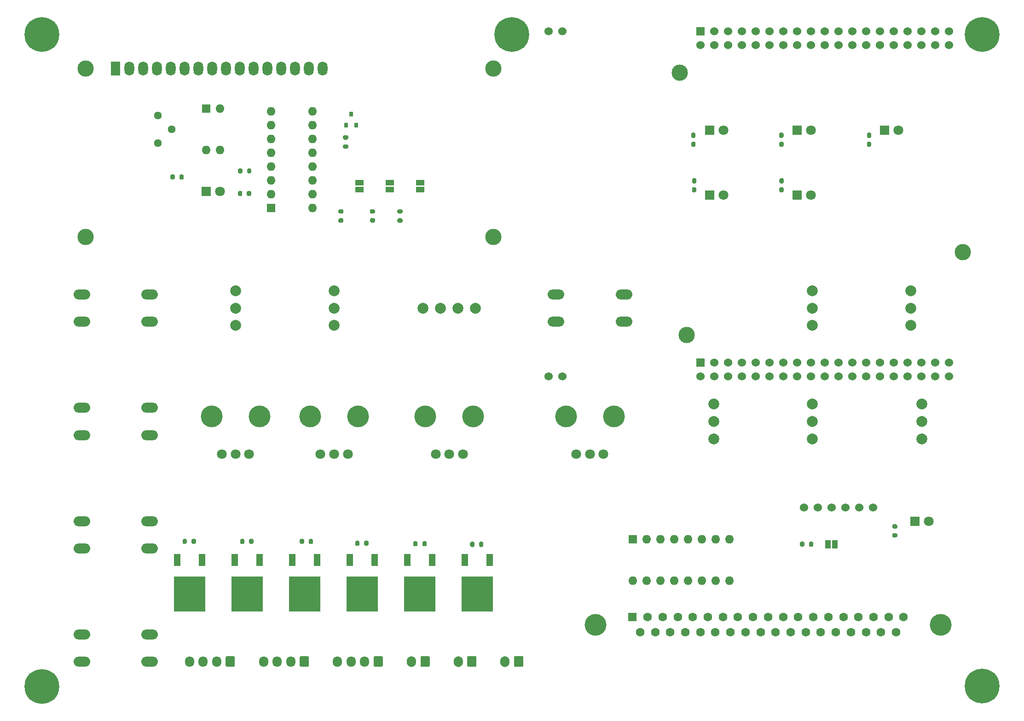
<source format=gbr>
%TF.GenerationSoftware,KiCad,Pcbnew,(5.1.9)-1*%
%TF.CreationDate,2021-02-05T13:08:36+01:00*%
%TF.ProjectId,testbench_io,74657374-6265-46e6-9368-5f696f2e6b69,rev?*%
%TF.SameCoordinates,Original*%
%TF.FileFunction,Soldermask,Bot*%
%TF.FilePolarity,Negative*%
%FSLAX46Y46*%
G04 Gerber Fmt 4.6, Leading zero omitted, Abs format (unit mm)*
G04 Created by KiCad (PCBNEW (5.1.9)-1) date 2021-02-05 13:08:36*
%MOMM*%
%LPD*%
G01*
G04 APERTURE LIST*
%ADD10C,2.000000*%
%ADD11O,1.700000X1.950000*%
%ADD12O,1.700000X2.000000*%
%ADD13R,1.800000X2.600000*%
%ADD14O,1.800000X2.600000*%
%ADD15C,3.000000*%
%ADD16C,1.530000*%
%ADD17R,1.530000X1.530000*%
%ADD18O,3.048000X1.850000*%
%ADD19C,0.800000*%
%ADD20C,6.400000*%
%ADD21R,5.800000X6.400000*%
%ADD22R,1.200000X2.200000*%
%ADD23R,0.800000X0.900000*%
%ADD24C,1.800000*%
%ADD25R,1.800000X1.800000*%
%ADD26R,1.000000X1.500000*%
%ADD27R,1.500000X1.000000*%
%ADD28C,4.000000*%
%ADD29C,1.440000*%
%ADD30O,1.600000X1.600000*%
%ADD31R,1.600000X1.600000*%
%ADD32C,1.524000*%
%ADD33C,1.600000*%
G04 APERTURE END LIST*
D10*
%TO.C,SW114*%
X101965000Y-75783800D03*
X105165000Y-75783800D03*
X98765000Y-75783800D03*
X95565000Y-75783800D03*
%TD*%
%TO.C,SW111*%
X167161000Y-78983800D03*
X167161000Y-75783800D03*
X167161000Y-72583800D03*
%TD*%
%TO.C,SW101*%
X185293000Y-78983800D03*
X185293000Y-75783800D03*
X185293000Y-72583800D03*
%TD*%
%TO.C,SW106*%
X187325000Y-99842200D03*
X187325000Y-96642200D03*
X187325000Y-93442200D03*
%TD*%
%TO.C,SW107*%
X167161000Y-93442200D03*
X167161000Y-96642200D03*
X167161000Y-99842200D03*
%TD*%
%TO.C,SW109*%
X149029000Y-93442200D03*
X149029000Y-96642200D03*
X149029000Y-99842200D03*
%TD*%
%TO.C,SW112*%
X61051000Y-78983800D03*
X61051000Y-75783800D03*
X61051000Y-72583800D03*
%TD*%
%TO.C,SW113*%
X79183000Y-78983800D03*
X79183000Y-75783800D03*
X79183000Y-72583800D03*
%TD*%
D11*
%TO.C,J303*%
X79799814Y-140802600D03*
X82299814Y-140802600D03*
X84799814Y-140802600D03*
G36*
G01*
X88149814Y-140077600D02*
X88149814Y-141527600D01*
G75*
G02*
X87899814Y-141777600I-250000J0D01*
G01*
X86699814Y-141777600D01*
G75*
G02*
X86449814Y-141527600I0J250000D01*
G01*
X86449814Y-140077600D01*
G75*
G02*
X86699814Y-139827600I250000J0D01*
G01*
X87899814Y-139827600D01*
G75*
G02*
X88149814Y-140077600I0J-250000D01*
G01*
G37*
%TD*%
%TO.C,J302*%
X66188307Y-140802600D03*
X68688307Y-140802600D03*
X71188307Y-140802600D03*
G36*
G01*
X74538307Y-140077600D02*
X74538307Y-141527600D01*
G75*
G02*
X74288307Y-141777600I-250000J0D01*
G01*
X73088307Y-141777600D01*
G75*
G02*
X72838307Y-141527600I0J250000D01*
G01*
X72838307Y-140077600D01*
G75*
G02*
X73088307Y-139827600I250000J0D01*
G01*
X74288307Y-139827600D01*
G75*
G02*
X74538307Y-140077600I0J-250000D01*
G01*
G37*
%TD*%
%TO.C,J301*%
X52576800Y-140802600D03*
X55076800Y-140802600D03*
X57576800Y-140802600D03*
G36*
G01*
X60926800Y-140077600D02*
X60926800Y-141527600D01*
G75*
G02*
X60676800Y-141777600I-250000J0D01*
G01*
X59476800Y-141777600D01*
G75*
G02*
X59226800Y-141527600I0J250000D01*
G01*
X59226800Y-140077600D01*
G75*
G02*
X59476800Y-139827600I250000J0D01*
G01*
X60676800Y-139827600D01*
G75*
G02*
X60926800Y-140077600I0J-250000D01*
G01*
G37*
%TD*%
D12*
%TO.C,J103*%
X93411321Y-140802600D03*
G36*
G01*
X96761321Y-140052600D02*
X96761321Y-141552600D01*
G75*
G02*
X96511321Y-141802600I-250000J0D01*
G01*
X95311321Y-141802600D01*
G75*
G02*
X95061321Y-141552600I0J250000D01*
G01*
X95061321Y-140052600D01*
G75*
G02*
X95311321Y-139802600I250000J0D01*
G01*
X96511321Y-139802600D01*
G75*
G02*
X96761321Y-140052600I0J-250000D01*
G01*
G37*
%TD*%
%TO.C,J102*%
X110634336Y-140802600D03*
G36*
G01*
X113984336Y-140052600D02*
X113984336Y-141552600D01*
G75*
G02*
X113734336Y-141802600I-250000J0D01*
G01*
X112534336Y-141802600D01*
G75*
G02*
X112284336Y-141552600I0J250000D01*
G01*
X112284336Y-140052600D01*
G75*
G02*
X112534336Y-139802600I250000J0D01*
G01*
X113734336Y-139802600D01*
G75*
G02*
X113984336Y-140052600I0J-250000D01*
G01*
G37*
%TD*%
%TO.C,J101*%
X102022828Y-140802600D03*
G36*
G01*
X105372828Y-140052600D02*
X105372828Y-141552600D01*
G75*
G02*
X105122828Y-141802600I-250000J0D01*
G01*
X103922828Y-141802600D01*
G75*
G02*
X103672828Y-141552600I0J250000D01*
G01*
X103672828Y-140052600D01*
G75*
G02*
X103922828Y-139802600I250000J0D01*
G01*
X105122828Y-139802600D01*
G75*
G02*
X105372828Y-140052600I0J-250000D01*
G01*
G37*
%TD*%
D13*
%TO.C,DS201*%
X38992000Y-31719000D03*
D14*
X41532000Y-31719000D03*
X44072000Y-31719000D03*
X46612000Y-31719000D03*
X49152000Y-31719000D03*
X51692000Y-31719000D03*
X54232000Y-31719000D03*
X56772000Y-31719000D03*
X59312000Y-31719000D03*
X61852000Y-31719000D03*
X64392000Y-31719000D03*
X66932000Y-31719000D03*
X69472000Y-31719000D03*
X72012000Y-31719000D03*
X74552000Y-31719000D03*
X77092000Y-31719000D03*
D15*
X33492900Y-31719000D03*
X33492900Y-62719700D03*
X108491480Y-62719700D03*
X108492000Y-31719000D03*
%TD*%
D16*
%TO.C,U101*%
X121158000Y-88328000D03*
X118618000Y-88328000D03*
X121158000Y-24828000D03*
X118618000Y-24828000D03*
D15*
X142748000Y-32448000D03*
X144018000Y-80708000D03*
X194818000Y-65468000D03*
D16*
X192278000Y-88328000D03*
X189738000Y-88328000D03*
X189738000Y-85788000D03*
X187198000Y-88328000D03*
X187198000Y-85788000D03*
X184658000Y-88328000D03*
X184658000Y-85788000D03*
X182118000Y-88328000D03*
X182118000Y-85788000D03*
X179578000Y-88328000D03*
X179578000Y-85788000D03*
X177038000Y-88328000D03*
X177038000Y-85788000D03*
X174498000Y-88328000D03*
X174498000Y-85788000D03*
X171958000Y-88328000D03*
X171958000Y-85788000D03*
X169418000Y-88328000D03*
X169418000Y-85788000D03*
X166878000Y-88328000D03*
X166878000Y-85788000D03*
X164338000Y-88328000D03*
X164338000Y-85788000D03*
X161798000Y-88328000D03*
X161798000Y-85788000D03*
X159258000Y-88328000D03*
X159258000Y-85788000D03*
X156718000Y-88328000D03*
X156718000Y-85788000D03*
X154178000Y-88328000D03*
X154178000Y-85788000D03*
X151638000Y-88328000D03*
X151638000Y-85788000D03*
X149098000Y-88328000D03*
X149098000Y-85788000D03*
X146558000Y-88328000D03*
X192278000Y-85788000D03*
D17*
X146558000Y-85788000D03*
D16*
X192278000Y-27368000D03*
X189738000Y-27368000D03*
X189738000Y-24828000D03*
X187198000Y-27368000D03*
X187198000Y-24828000D03*
X184658000Y-27368000D03*
X184658000Y-24828000D03*
X182118000Y-27368000D03*
X182118000Y-24828000D03*
X179578000Y-27368000D03*
X179578000Y-24828000D03*
X177038000Y-27368000D03*
X177038000Y-24828000D03*
X174498000Y-27368000D03*
X174498000Y-24828000D03*
X171958000Y-27368000D03*
X171958000Y-24828000D03*
X169418000Y-27368000D03*
X169418000Y-24828000D03*
X166878000Y-27368000D03*
X166878000Y-24828000D03*
X164338000Y-27368000D03*
X164338000Y-24828000D03*
X161798000Y-27368000D03*
X161798000Y-24828000D03*
X159258000Y-27368000D03*
X159258000Y-24828000D03*
X156718000Y-27368000D03*
X156718000Y-24828000D03*
X154178000Y-27368000D03*
X154178000Y-24828000D03*
X151638000Y-27368000D03*
X151638000Y-24828000D03*
X149098000Y-27368000D03*
X149098000Y-24828000D03*
X146558000Y-27368000D03*
X192278000Y-24828000D03*
D17*
X146558000Y-24828000D03*
%TD*%
D18*
%TO.C,SW105*%
X32766000Y-78283800D03*
X32766000Y-73283800D03*
X45266000Y-78283800D03*
X45266000Y-73283800D03*
%TD*%
D19*
%TO.C,H105*%
X200097056Y-23702944D03*
X198400000Y-23000000D03*
X196702944Y-23702944D03*
X196000000Y-25400000D03*
X196702944Y-27097056D03*
X198400000Y-27800000D03*
X200097056Y-27097056D03*
X200800000Y-25400000D03*
D20*
X198400000Y-25400000D03*
%TD*%
D19*
%TO.C,H104*%
X200097056Y-143655944D03*
X198400000Y-142953000D03*
X196702944Y-143655944D03*
X196000000Y-145353000D03*
X196702944Y-147050056D03*
X198400000Y-147753000D03*
X200097056Y-147050056D03*
X200800000Y-145353000D03*
D20*
X198400000Y-145353000D03*
%TD*%
D19*
%TO.C,H103*%
X27097056Y-143655944D03*
X25400000Y-142953000D03*
X23702944Y-143655944D03*
X23000000Y-145353000D03*
X23702944Y-147050056D03*
X25400000Y-147753000D03*
X27097056Y-147050056D03*
X27800000Y-145353000D03*
D20*
X25400000Y-145400000D03*
%TD*%
D19*
%TO.C,H102*%
X27097056Y-23702944D03*
X25400000Y-23000000D03*
X23702944Y-23702944D03*
X23000000Y-25400000D03*
X23702944Y-27097056D03*
X25400000Y-27800000D03*
X27097056Y-27097056D03*
X27800000Y-25400000D03*
D20*
X25400000Y-25400000D03*
%TD*%
D19*
%TO.C,H101*%
X113597056Y-23702944D03*
X111900000Y-23000000D03*
X110202944Y-23702944D03*
X109500000Y-25400000D03*
X110202944Y-27097056D03*
X111900000Y-27800000D03*
X113597056Y-27097056D03*
X114300000Y-25400000D03*
D20*
X111900000Y-25400000D03*
%TD*%
%TO.C,R306*%
G36*
G01*
X52091000Y-118439000D02*
X52091000Y-118989000D01*
G75*
G02*
X51891000Y-119189000I-200000J0D01*
G01*
X51491000Y-119189000D01*
G75*
G02*
X51291000Y-118989000I0J200000D01*
G01*
X51291000Y-118439000D01*
G75*
G02*
X51491000Y-118239000I200000J0D01*
G01*
X51891000Y-118239000D01*
G75*
G02*
X52091000Y-118439000I0J-200000D01*
G01*
G37*
G36*
G01*
X53741000Y-118439000D02*
X53741000Y-118989000D01*
G75*
G02*
X53541000Y-119189000I-200000J0D01*
G01*
X53141000Y-119189000D01*
G75*
G02*
X52941000Y-118989000I0J200000D01*
G01*
X52941000Y-118439000D01*
G75*
G02*
X53141000Y-118239000I200000J0D01*
G01*
X53541000Y-118239000D01*
G75*
G02*
X53741000Y-118439000I0J-200000D01*
G01*
G37*
%TD*%
D21*
%TO.C,Q306*%
X52579800Y-128408600D03*
D22*
X54859800Y-122108600D03*
X50299800Y-122108600D03*
%TD*%
D21*
%TO.C,Q305*%
X63169000Y-128408600D03*
D22*
X65449000Y-122108600D03*
X60889000Y-122108600D03*
%TD*%
%TO.C,R305*%
G36*
G01*
X62704000Y-118439000D02*
X62704000Y-118989000D01*
G75*
G02*
X62504000Y-119189000I-200000J0D01*
G01*
X62104000Y-119189000D01*
G75*
G02*
X61904000Y-118989000I0J200000D01*
G01*
X61904000Y-118439000D01*
G75*
G02*
X62104000Y-118239000I200000J0D01*
G01*
X62504000Y-118239000D01*
G75*
G02*
X62704000Y-118439000I0J-200000D01*
G01*
G37*
G36*
G01*
X64354000Y-118439000D02*
X64354000Y-118989000D01*
G75*
G02*
X64154000Y-119189000I-200000J0D01*
G01*
X63754000Y-119189000D01*
G75*
G02*
X63554000Y-118989000I0J200000D01*
G01*
X63554000Y-118439000D01*
G75*
G02*
X63754000Y-118239000I200000J0D01*
G01*
X64154000Y-118239000D01*
G75*
G02*
X64354000Y-118439000I0J-200000D01*
G01*
G37*
%TD*%
D18*
%TO.C,SW110*%
X119982000Y-78283800D03*
X119982000Y-73283800D03*
X132482000Y-78283800D03*
X132482000Y-73283800D03*
%TD*%
D21*
%TO.C,Q304*%
X73758200Y-128408600D03*
D22*
X76038200Y-122108600D03*
X71478200Y-122108600D03*
%TD*%
D21*
%TO.C,Q303*%
X84347400Y-128408600D03*
D22*
X86627400Y-122108600D03*
X82067400Y-122108600D03*
%TD*%
D21*
%TO.C,Q302*%
X94936600Y-128408600D03*
D22*
X97216600Y-122108600D03*
X92656600Y-122108600D03*
%TD*%
D21*
%TO.C,Q301*%
X105525800Y-128408600D03*
D22*
X107805800Y-122108600D03*
X103245800Y-122108600D03*
%TD*%
D23*
%TO.C,Q201*%
X82296000Y-40117000D03*
X81346000Y-42117000D03*
X83246000Y-42117000D03*
%TD*%
D24*
%TO.C,D101*%
X150833666Y-54960000D03*
D25*
X148293666Y-54960000D03*
%TD*%
D24*
%TO.C,D102*%
X166920332Y-54960000D03*
D25*
X164380332Y-54960000D03*
%TD*%
D24*
%TO.C,D103*%
X150833666Y-43022000D03*
D25*
X148293666Y-43022000D03*
%TD*%
D24*
%TO.C,D104*%
X166920332Y-43022000D03*
D25*
X164380332Y-43022000D03*
%TD*%
D24*
%TO.C,D105*%
X183007000Y-43022000D03*
D25*
X180467000Y-43022000D03*
%TD*%
D24*
%TO.C,D106*%
X188590000Y-115031000D03*
D25*
X186050000Y-115031000D03*
%TD*%
D24*
%TO.C,D201*%
X58191400Y-54325000D03*
D25*
X55651400Y-54325000D03*
%TD*%
D26*
%TO.C,JP101*%
X171338000Y-119222000D03*
X170038000Y-119222000D03*
%TD*%
D27*
%TO.C,JP201*%
X83820000Y-53959000D03*
X83820000Y-52659000D03*
%TD*%
%TO.C,JP202*%
X89408000Y-53959000D03*
X89408000Y-52659000D03*
%TD*%
%TO.C,JP203*%
X94996000Y-53959000D03*
X94996000Y-52659000D03*
%TD*%
%TO.C,R101*%
G36*
G01*
X145815000Y-52082000D02*
X145815000Y-52632000D01*
G75*
G02*
X145615000Y-52832000I-200000J0D01*
G01*
X145215000Y-52832000D01*
G75*
G02*
X145015000Y-52632000I0J200000D01*
G01*
X145015000Y-52082000D01*
G75*
G02*
X145215000Y-51882000I200000J0D01*
G01*
X145615000Y-51882000D01*
G75*
G02*
X145815000Y-52082000I0J-200000D01*
G01*
G37*
G36*
G01*
X145815000Y-53732000D02*
X145815000Y-54282000D01*
G75*
G02*
X145615000Y-54482000I-200000J0D01*
G01*
X145215000Y-54482000D01*
G75*
G02*
X145015000Y-54282000I0J200000D01*
G01*
X145015000Y-53732000D01*
G75*
G02*
X145215000Y-53532000I200000J0D01*
G01*
X145615000Y-53532000D01*
G75*
G02*
X145815000Y-53732000I0J-200000D01*
G01*
G37*
%TD*%
%TO.C,R102*%
G36*
G01*
X161893200Y-52094200D02*
X161893200Y-52644200D01*
G75*
G02*
X161693200Y-52844200I-200000J0D01*
G01*
X161293200Y-52844200D01*
G75*
G02*
X161093200Y-52644200I0J200000D01*
G01*
X161093200Y-52094200D01*
G75*
G02*
X161293200Y-51894200I200000J0D01*
G01*
X161693200Y-51894200D01*
G75*
G02*
X161893200Y-52094200I0J-200000D01*
G01*
G37*
G36*
G01*
X161893200Y-53744200D02*
X161893200Y-54294200D01*
G75*
G02*
X161693200Y-54494200I-200000J0D01*
G01*
X161293200Y-54494200D01*
G75*
G02*
X161093200Y-54294200I0J200000D01*
G01*
X161093200Y-53744200D01*
G75*
G02*
X161293200Y-53544200I200000J0D01*
G01*
X161693200Y-53544200D01*
G75*
G02*
X161893200Y-53744200I0J-200000D01*
G01*
G37*
%TD*%
%TO.C,R103*%
G36*
G01*
X145688000Y-45350000D02*
X145688000Y-45900000D01*
G75*
G02*
X145488000Y-46100000I-200000J0D01*
G01*
X145088000Y-46100000D01*
G75*
G02*
X144888000Y-45900000I0J200000D01*
G01*
X144888000Y-45350000D01*
G75*
G02*
X145088000Y-45150000I200000J0D01*
G01*
X145488000Y-45150000D01*
G75*
G02*
X145688000Y-45350000I0J-200000D01*
G01*
G37*
G36*
G01*
X145688000Y-43700000D02*
X145688000Y-44250000D01*
G75*
G02*
X145488000Y-44450000I-200000J0D01*
G01*
X145088000Y-44450000D01*
G75*
G02*
X144888000Y-44250000I0J200000D01*
G01*
X144888000Y-43700000D01*
G75*
G02*
X145088000Y-43500000I200000J0D01*
G01*
X145488000Y-43500000D01*
G75*
G02*
X145688000Y-43700000I0J-200000D01*
G01*
G37*
%TD*%
%TO.C,R104*%
G36*
G01*
X166541000Y-119497000D02*
X166541000Y-118947000D01*
G75*
G02*
X166741000Y-118747000I200000J0D01*
G01*
X167141000Y-118747000D01*
G75*
G02*
X167341000Y-118947000I0J-200000D01*
G01*
X167341000Y-119497000D01*
G75*
G02*
X167141000Y-119697000I-200000J0D01*
G01*
X166741000Y-119697000D01*
G75*
G02*
X166541000Y-119497000I0J200000D01*
G01*
G37*
G36*
G01*
X164891000Y-119497000D02*
X164891000Y-118947000D01*
G75*
G02*
X165091000Y-118747000I200000J0D01*
G01*
X165491000Y-118747000D01*
G75*
G02*
X165691000Y-118947000I0J-200000D01*
G01*
X165691000Y-119497000D01*
G75*
G02*
X165491000Y-119697000I-200000J0D01*
G01*
X165091000Y-119697000D01*
G75*
G02*
X164891000Y-119497000I0J200000D01*
G01*
G37*
%TD*%
%TO.C,R105*%
G36*
G01*
X161867800Y-45350000D02*
X161867800Y-45900000D01*
G75*
G02*
X161667800Y-46100000I-200000J0D01*
G01*
X161267800Y-46100000D01*
G75*
G02*
X161067800Y-45900000I0J200000D01*
G01*
X161067800Y-45350000D01*
G75*
G02*
X161267800Y-45150000I200000J0D01*
G01*
X161667800Y-45150000D01*
G75*
G02*
X161867800Y-45350000I0J-200000D01*
G01*
G37*
G36*
G01*
X161867800Y-43700000D02*
X161867800Y-44250000D01*
G75*
G02*
X161667800Y-44450000I-200000J0D01*
G01*
X161267800Y-44450000D01*
G75*
G02*
X161067800Y-44250000I0J200000D01*
G01*
X161067800Y-43700000D01*
G75*
G02*
X161267800Y-43500000I200000J0D01*
G01*
X161667800Y-43500000D01*
G75*
G02*
X161867800Y-43700000I0J-200000D01*
G01*
G37*
%TD*%
%TO.C,R106*%
G36*
G01*
X177996800Y-45350000D02*
X177996800Y-45900000D01*
G75*
G02*
X177796800Y-46100000I-200000J0D01*
G01*
X177396800Y-46100000D01*
G75*
G02*
X177196800Y-45900000I0J200000D01*
G01*
X177196800Y-45350000D01*
G75*
G02*
X177396800Y-45150000I200000J0D01*
G01*
X177796800Y-45150000D01*
G75*
G02*
X177996800Y-45350000I0J-200000D01*
G01*
G37*
G36*
G01*
X177996800Y-43700000D02*
X177996800Y-44250000D01*
G75*
G02*
X177796800Y-44450000I-200000J0D01*
G01*
X177396800Y-44450000D01*
G75*
G02*
X177196800Y-44250000I0J200000D01*
G01*
X177196800Y-43700000D01*
G75*
G02*
X177396800Y-43500000I200000J0D01*
G01*
X177796800Y-43500000D01*
G75*
G02*
X177996800Y-43700000I0J-200000D01*
G01*
G37*
%TD*%
%TO.C,R108*%
G36*
G01*
X182046200Y-117208600D02*
X182596200Y-117208600D01*
G75*
G02*
X182796200Y-117408600I0J-200000D01*
G01*
X182796200Y-117808600D01*
G75*
G02*
X182596200Y-118008600I-200000J0D01*
G01*
X182046200Y-118008600D01*
G75*
G02*
X181846200Y-117808600I0J200000D01*
G01*
X181846200Y-117408600D01*
G75*
G02*
X182046200Y-117208600I200000J0D01*
G01*
G37*
G36*
G01*
X182046200Y-115558600D02*
X182596200Y-115558600D01*
G75*
G02*
X182796200Y-115758600I0J-200000D01*
G01*
X182796200Y-116158600D01*
G75*
G02*
X182596200Y-116358600I-200000J0D01*
G01*
X182046200Y-116358600D01*
G75*
G02*
X181846200Y-116158600I0J200000D01*
G01*
X181846200Y-115758600D01*
G75*
G02*
X182046200Y-115558600I200000J0D01*
G01*
G37*
%TD*%
%TO.C,R201*%
G36*
G01*
X49867000Y-51383000D02*
X49867000Y-51933000D01*
G75*
G02*
X49667000Y-52133000I-200000J0D01*
G01*
X49267000Y-52133000D01*
G75*
G02*
X49067000Y-51933000I0J200000D01*
G01*
X49067000Y-51383000D01*
G75*
G02*
X49267000Y-51183000I200000J0D01*
G01*
X49667000Y-51183000D01*
G75*
G02*
X49867000Y-51383000I0J-200000D01*
G01*
G37*
G36*
G01*
X51517000Y-51383000D02*
X51517000Y-51933000D01*
G75*
G02*
X51317000Y-52133000I-200000J0D01*
G01*
X50917000Y-52133000D01*
G75*
G02*
X50717000Y-51933000I0J200000D01*
G01*
X50717000Y-51383000D01*
G75*
G02*
X50917000Y-51183000I200000J0D01*
G01*
X51317000Y-51183000D01*
G75*
G02*
X51517000Y-51383000I0J-200000D01*
G01*
G37*
%TD*%
%TO.C,R202*%
G36*
G01*
X80166800Y-59255200D02*
X80716800Y-59255200D01*
G75*
G02*
X80916800Y-59455200I0J-200000D01*
G01*
X80916800Y-59855200D01*
G75*
G02*
X80716800Y-60055200I-200000J0D01*
G01*
X80166800Y-60055200D01*
G75*
G02*
X79966800Y-59855200I0J200000D01*
G01*
X79966800Y-59455200D01*
G75*
G02*
X80166800Y-59255200I200000J0D01*
G01*
G37*
G36*
G01*
X80166800Y-57605200D02*
X80716800Y-57605200D01*
G75*
G02*
X80916800Y-57805200I0J-200000D01*
G01*
X80916800Y-58205200D01*
G75*
G02*
X80716800Y-58405200I-200000J0D01*
G01*
X80166800Y-58405200D01*
G75*
G02*
X79966800Y-58205200I0J200000D01*
G01*
X79966800Y-57805200D01*
G75*
G02*
X80166800Y-57605200I200000J0D01*
G01*
G37*
%TD*%
%TO.C,R203*%
G36*
G01*
X86508000Y-58405200D02*
X85958000Y-58405200D01*
G75*
G02*
X85758000Y-58205200I0J200000D01*
G01*
X85758000Y-57805200D01*
G75*
G02*
X85958000Y-57605200I200000J0D01*
G01*
X86508000Y-57605200D01*
G75*
G02*
X86708000Y-57805200I0J-200000D01*
G01*
X86708000Y-58205200D01*
G75*
G02*
X86508000Y-58405200I-200000J0D01*
G01*
G37*
G36*
G01*
X86508000Y-60055200D02*
X85958000Y-60055200D01*
G75*
G02*
X85758000Y-59855200I0J200000D01*
G01*
X85758000Y-59455200D01*
G75*
G02*
X85958000Y-59255200I200000J0D01*
G01*
X86508000Y-59255200D01*
G75*
G02*
X86708000Y-59455200I0J-200000D01*
G01*
X86708000Y-59855200D01*
G75*
G02*
X86508000Y-60055200I-200000J0D01*
G01*
G37*
%TD*%
%TO.C,R204*%
G36*
G01*
X91562600Y-58405200D02*
X91012600Y-58405200D01*
G75*
G02*
X90812600Y-58205200I0J200000D01*
G01*
X90812600Y-57805200D01*
G75*
G02*
X91012600Y-57605200I200000J0D01*
G01*
X91562600Y-57605200D01*
G75*
G02*
X91762600Y-57805200I0J-200000D01*
G01*
X91762600Y-58205200D01*
G75*
G02*
X91562600Y-58405200I-200000J0D01*
G01*
G37*
G36*
G01*
X91562600Y-60055200D02*
X91012600Y-60055200D01*
G75*
G02*
X90812600Y-59855200I0J200000D01*
G01*
X90812600Y-59455200D01*
G75*
G02*
X91012600Y-59255200I200000J0D01*
G01*
X91562600Y-59255200D01*
G75*
G02*
X91762600Y-59455200I0J-200000D01*
G01*
X91762600Y-59855200D01*
G75*
G02*
X91562600Y-60055200I-200000J0D01*
G01*
G37*
%TD*%
%TO.C,R205*%
G36*
G01*
X63137600Y-54981000D02*
X63137600Y-54431000D01*
G75*
G02*
X63337600Y-54231000I200000J0D01*
G01*
X63737600Y-54231000D01*
G75*
G02*
X63937600Y-54431000I0J-200000D01*
G01*
X63937600Y-54981000D01*
G75*
G02*
X63737600Y-55181000I-200000J0D01*
G01*
X63337600Y-55181000D01*
G75*
G02*
X63137600Y-54981000I0J200000D01*
G01*
G37*
G36*
G01*
X61487600Y-54981000D02*
X61487600Y-54431000D01*
G75*
G02*
X61687600Y-54231000I200000J0D01*
G01*
X62087600Y-54231000D01*
G75*
G02*
X62287600Y-54431000I0J-200000D01*
G01*
X62287600Y-54981000D01*
G75*
G02*
X62087600Y-55181000I-200000J0D01*
G01*
X61687600Y-55181000D01*
G75*
G02*
X61487600Y-54981000I0J200000D01*
G01*
G37*
%TD*%
%TO.C,R206*%
G36*
G01*
X63163000Y-50815400D02*
X63163000Y-50265400D01*
G75*
G02*
X63363000Y-50065400I200000J0D01*
G01*
X63763000Y-50065400D01*
G75*
G02*
X63963000Y-50265400I0J-200000D01*
G01*
X63963000Y-50815400D01*
G75*
G02*
X63763000Y-51015400I-200000J0D01*
G01*
X63363000Y-51015400D01*
G75*
G02*
X63163000Y-50815400I0J200000D01*
G01*
G37*
G36*
G01*
X61513000Y-50815400D02*
X61513000Y-50265400D01*
G75*
G02*
X61713000Y-50065400I200000J0D01*
G01*
X62113000Y-50065400D01*
G75*
G02*
X62313000Y-50265400I0J-200000D01*
G01*
X62313000Y-50815400D01*
G75*
G02*
X62113000Y-51015400I-200000J0D01*
G01*
X61713000Y-51015400D01*
G75*
G02*
X61513000Y-50815400I0J200000D01*
G01*
G37*
%TD*%
%TO.C,R207*%
G36*
G01*
X81580400Y-44793600D02*
X81030400Y-44793600D01*
G75*
G02*
X80830400Y-44593600I0J200000D01*
G01*
X80830400Y-44193600D01*
G75*
G02*
X81030400Y-43993600I200000J0D01*
G01*
X81580400Y-43993600D01*
G75*
G02*
X81780400Y-44193600I0J-200000D01*
G01*
X81780400Y-44593600D01*
G75*
G02*
X81580400Y-44793600I-200000J0D01*
G01*
G37*
G36*
G01*
X81580400Y-46443600D02*
X81030400Y-46443600D01*
G75*
G02*
X80830400Y-46243600I0J200000D01*
G01*
X80830400Y-45843600D01*
G75*
G02*
X81030400Y-45643600I200000J0D01*
G01*
X81580400Y-45643600D01*
G75*
G02*
X81780400Y-45843600I0J-200000D01*
G01*
X81780400Y-46243600D01*
G75*
G02*
X81580400Y-46443600I-200000J0D01*
G01*
G37*
%TD*%
%TO.C,R301*%
G36*
G01*
X104987000Y-118972400D02*
X104987000Y-119522400D01*
G75*
G02*
X104787000Y-119722400I-200000J0D01*
G01*
X104387000Y-119722400D01*
G75*
G02*
X104187000Y-119522400I0J200000D01*
G01*
X104187000Y-118972400D01*
G75*
G02*
X104387000Y-118772400I200000J0D01*
G01*
X104787000Y-118772400D01*
G75*
G02*
X104987000Y-118972400I0J-200000D01*
G01*
G37*
G36*
G01*
X106637000Y-118972400D02*
X106637000Y-119522400D01*
G75*
G02*
X106437000Y-119722400I-200000J0D01*
G01*
X106037000Y-119722400D01*
G75*
G02*
X105837000Y-119522400I0J200000D01*
G01*
X105837000Y-118972400D01*
G75*
G02*
X106037000Y-118772400I200000J0D01*
G01*
X106437000Y-118772400D01*
G75*
G02*
X106637000Y-118972400I0J-200000D01*
G01*
G37*
%TD*%
%TO.C,R302*%
G36*
G01*
X94547600Y-118870800D02*
X94547600Y-119420800D01*
G75*
G02*
X94347600Y-119620800I-200000J0D01*
G01*
X93947600Y-119620800D01*
G75*
G02*
X93747600Y-119420800I0J200000D01*
G01*
X93747600Y-118870800D01*
G75*
G02*
X93947600Y-118670800I200000J0D01*
G01*
X94347600Y-118670800D01*
G75*
G02*
X94547600Y-118870800I0J-200000D01*
G01*
G37*
G36*
G01*
X96197600Y-118870800D02*
X96197600Y-119420800D01*
G75*
G02*
X95997600Y-119620800I-200000J0D01*
G01*
X95597600Y-119620800D01*
G75*
G02*
X95397600Y-119420800I0J200000D01*
G01*
X95397600Y-118870800D01*
G75*
G02*
X95597600Y-118670800I200000J0D01*
G01*
X95997600Y-118670800D01*
G75*
G02*
X96197600Y-118870800I0J-200000D01*
G01*
G37*
%TD*%
%TO.C,R303*%
G36*
G01*
X83858200Y-118769200D02*
X83858200Y-119319200D01*
G75*
G02*
X83658200Y-119519200I-200000J0D01*
G01*
X83258200Y-119519200D01*
G75*
G02*
X83058200Y-119319200I0J200000D01*
G01*
X83058200Y-118769200D01*
G75*
G02*
X83258200Y-118569200I200000J0D01*
G01*
X83658200Y-118569200D01*
G75*
G02*
X83858200Y-118769200I0J-200000D01*
G01*
G37*
G36*
G01*
X85508200Y-118769200D02*
X85508200Y-119319200D01*
G75*
G02*
X85308200Y-119519200I-200000J0D01*
G01*
X84908200Y-119519200D01*
G75*
G02*
X84708200Y-119319200I0J200000D01*
G01*
X84708200Y-118769200D01*
G75*
G02*
X84908200Y-118569200I200000J0D01*
G01*
X85308200Y-118569200D01*
G75*
G02*
X85508200Y-118769200I0J-200000D01*
G01*
G37*
%TD*%
%TO.C,R304*%
G36*
G01*
X73668800Y-118439000D02*
X73668800Y-118989000D01*
G75*
G02*
X73468800Y-119189000I-200000J0D01*
G01*
X73068800Y-119189000D01*
G75*
G02*
X72868800Y-118989000I0J200000D01*
G01*
X72868800Y-118439000D01*
G75*
G02*
X73068800Y-118239000I200000J0D01*
G01*
X73468800Y-118239000D01*
G75*
G02*
X73668800Y-118439000I0J-200000D01*
G01*
G37*
G36*
G01*
X75318800Y-118439000D02*
X75318800Y-118989000D01*
G75*
G02*
X75118800Y-119189000I-200000J0D01*
G01*
X74718800Y-119189000D01*
G75*
G02*
X74518800Y-118989000I0J200000D01*
G01*
X74518800Y-118439000D01*
G75*
G02*
X74718800Y-118239000I200000J0D01*
G01*
X75118800Y-118239000D01*
G75*
G02*
X75318800Y-118439000I0J-200000D01*
G01*
G37*
%TD*%
D28*
%TO.C,RV101*%
X83583000Y-95692200D03*
X74783000Y-95692200D03*
D24*
X81683000Y-102692200D03*
X79183000Y-102692200D03*
X76683000Y-102692200D03*
%TD*%
D28*
%TO.C,RV102*%
X65451000Y-95692200D03*
X56651000Y-95692200D03*
D24*
X63551000Y-102692200D03*
X61051000Y-102692200D03*
X58551000Y-102692200D03*
%TD*%
D28*
%TO.C,RV103*%
X104765000Y-95692200D03*
X95965000Y-95692200D03*
D24*
X102865000Y-102692200D03*
X100365000Y-102692200D03*
X97865000Y-102692200D03*
%TD*%
D28*
%TO.C,RV104*%
X130622000Y-95692200D03*
X121822000Y-95692200D03*
D24*
X128722000Y-102692200D03*
X126222000Y-102692200D03*
X123722000Y-102692200D03*
%TD*%
D29*
%TO.C,RV201*%
X46736000Y-40355000D03*
X49276000Y-42895000D03*
X46736000Y-45435000D03*
%TD*%
D30*
%TO.C,SW201*%
X55626000Y-46705000D03*
X58166000Y-39085000D03*
X58166000Y-46705000D03*
D31*
X55626000Y-39085000D03*
%TD*%
D18*
%TO.C,SW102*%
X32766000Y-140859000D03*
X32766000Y-135859000D03*
X45266000Y-140859000D03*
X45266000Y-135859000D03*
%TD*%
%TO.C,SW103*%
X32766000Y-99142200D03*
X32766000Y-94142200D03*
X45266000Y-99142200D03*
X45266000Y-94142200D03*
%TD*%
%TO.C,SW104*%
X32766000Y-120000600D03*
X32766000Y-115000600D03*
X45266000Y-120000600D03*
X45266000Y-115000600D03*
%TD*%
D30*
%TO.C,SW108*%
X134112000Y-125953000D03*
X151892000Y-118333000D03*
X136652000Y-125953000D03*
X149352000Y-118333000D03*
X139192000Y-125953000D03*
X146812000Y-118333000D03*
X141732000Y-125953000D03*
X144272000Y-118333000D03*
X144272000Y-125953000D03*
X141732000Y-118333000D03*
X146812000Y-125953000D03*
X139192000Y-118333000D03*
X149352000Y-125953000D03*
X136652000Y-118333000D03*
X151892000Y-125953000D03*
D31*
X134112000Y-118333000D03*
%TD*%
D32*
%TO.C,U102*%
X178308000Y-112491000D03*
X175768000Y-112491000D03*
X173228000Y-112491000D03*
X170688000Y-112491000D03*
X168148000Y-112491000D03*
X165608000Y-112491000D03*
%TD*%
D30*
%TO.C,U201*%
X75184000Y-57373000D03*
X67564000Y-39593000D03*
X75184000Y-54833000D03*
X67564000Y-42133000D03*
X75184000Y-52293000D03*
X67564000Y-44673000D03*
X75184000Y-49753000D03*
X67564000Y-47213000D03*
X75184000Y-47213000D03*
X67564000Y-49753000D03*
X75184000Y-44673000D03*
X67564000Y-52293000D03*
X75184000Y-42133000D03*
X67564000Y-54833000D03*
X75184000Y-39593000D03*
D31*
X67564000Y-57373000D03*
%TD*%
%TO.C,J104*%
X134086600Y-132607800D03*
D33*
X136856600Y-132607800D03*
X139626600Y-132607800D03*
X142396600Y-132607800D03*
X145166600Y-132607800D03*
X147936600Y-132607800D03*
X150706600Y-132607800D03*
X153476600Y-132607800D03*
X156246600Y-132607800D03*
X159016600Y-132607800D03*
X161786600Y-132607800D03*
X164556600Y-132607800D03*
X167326600Y-132607800D03*
X170096600Y-132607800D03*
X172866600Y-132607800D03*
X175636600Y-132607800D03*
X178406600Y-132607800D03*
X181176600Y-132607800D03*
X183946600Y-132607800D03*
X135471600Y-135447800D03*
X138241600Y-135447800D03*
X141011600Y-135447800D03*
X143781600Y-135447800D03*
X146551600Y-135447800D03*
X149321600Y-135447800D03*
X152091600Y-135447800D03*
X154861600Y-135447800D03*
X157631600Y-135447800D03*
X160401600Y-135447800D03*
X163171600Y-135447800D03*
X165941600Y-135447800D03*
X168711600Y-135447800D03*
X171481600Y-135447800D03*
X174251600Y-135447800D03*
X177021600Y-135447800D03*
X179791600Y-135447800D03*
X182561600Y-135447800D03*
D28*
X190766600Y-134027800D03*
X127266600Y-134027800D03*
%TD*%
M02*

</source>
